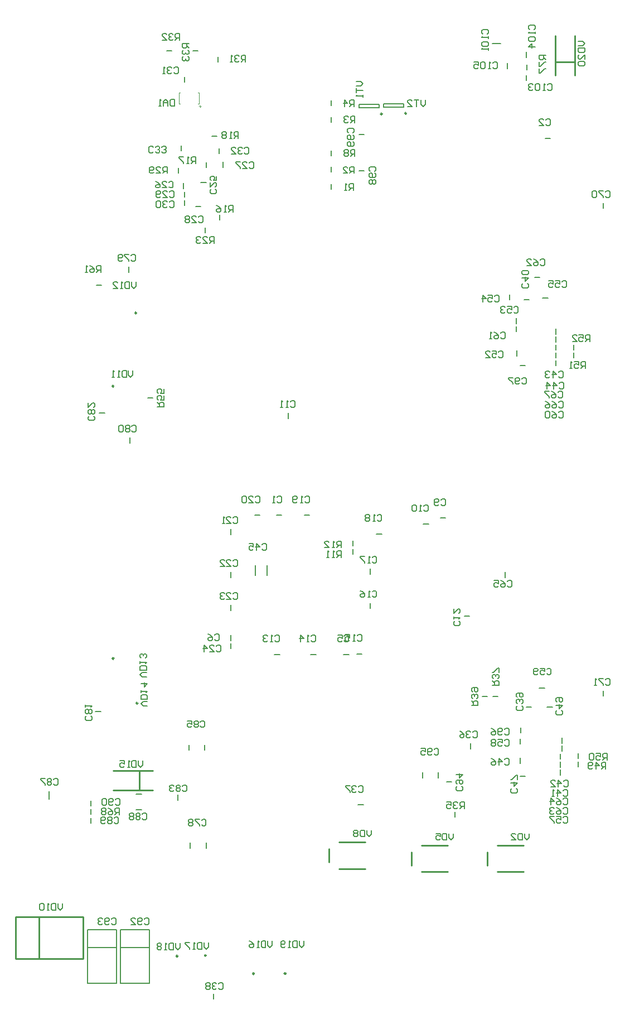
<source format=gbo>
G04 Layer_Color=33789*
%FSLAX44Y44*%
%MOMM*%
G71*
G01*
G75*
%ADD65C,0.2000*%
%ADD69C,0.2540*%
%ADD114C,0.2500*%
%ADD116C,0.1500*%
%ADD117C,0.1200*%
%ADD118C,0.1778*%
D65*
X492000Y728000D02*
X500000D01*
X492000Y704000D02*
X500000D01*
X468000Y495000D02*
X512000D01*
Y441000D02*
Y445000D01*
X468000Y441000D02*
X512000D01*
X468000D02*
Y445000D01*
Y518000D02*
Y522000D01*
X512000D01*
Y518000D02*
Y522000D01*
X468000Y445000D02*
Y518000D01*
X512000Y445000D02*
Y518000D01*
X418000Y495000D02*
X462000D01*
Y441000D02*
Y445000D01*
X418000Y441000D02*
X462000D01*
X418000D02*
Y445000D01*
Y518000D02*
Y522000D01*
X462000D01*
Y518000D02*
Y522000D01*
X418000Y445000D02*
Y518000D01*
X462000Y445000D02*
Y518000D01*
X951000Y753000D02*
Y761000D01*
X927000Y753000D02*
Y761000D01*
X572000Y795000D02*
Y803000D01*
X596000Y795000D02*
Y803000D01*
X598000Y646000D02*
Y654000D01*
X574000Y646000D02*
Y654000D01*
X830500Y1774500D02*
X861000D01*
X830500Y1769500D02*
X861000D01*
Y1774500D01*
X830500Y1769500D02*
Y1774500D01*
X867500Y1775500D02*
X898000D01*
X867500Y1770500D02*
X898000D01*
Y1775500D01*
X867500Y1770500D02*
Y1775500D01*
X558000Y1872000D02*
Y1881997D01*
X553002D01*
X551335Y1880331D01*
Y1876998D01*
X553002Y1875332D01*
X558000D01*
X554668D02*
X551335Y1872000D01*
X548003Y1880331D02*
X546337Y1881997D01*
X543005D01*
X541339Y1880331D01*
Y1878665D01*
X543005Y1876998D01*
X544671D01*
X543005D01*
X541339Y1875332D01*
Y1873666D01*
X543005Y1872000D01*
X546337D01*
X548003Y1873666D01*
X531342Y1872000D02*
X538006D01*
X531342Y1878665D01*
Y1880331D01*
X533008Y1881997D01*
X536340D01*
X538006Y1880331D01*
X705806Y1178509D02*
X707472Y1180175D01*
X710804D01*
X712470Y1178509D01*
Y1171844D01*
X710804Y1170178D01*
X707472D01*
X705806Y1171844D01*
X702473Y1170178D02*
X699141D01*
X700807D01*
Y1180175D01*
X702473Y1178509D01*
X1113820Y1750459D02*
X1115486Y1752125D01*
X1118818D01*
X1120484Y1750459D01*
Y1743794D01*
X1118818Y1742128D01*
X1115486D01*
X1113820Y1743794D01*
X1103823Y1742128D02*
X1110487D01*
X1103823Y1748793D01*
Y1750459D01*
X1105489Y1752125D01*
X1108821D01*
X1110487Y1750459D01*
X807914Y967435D02*
X809580Y969101D01*
X812912D01*
X814578Y967435D01*
Y960770D01*
X812912Y959104D01*
X809580D01*
X807914Y960770D01*
X797917Y969101D02*
X804581D01*
Y964102D01*
X801249Y965769D01*
X799583D01*
X797917Y964102D01*
Y960770D01*
X799583Y959104D01*
X802915D01*
X804581Y960770D01*
X611335Y969331D02*
X613002Y970997D01*
X616334D01*
X618000Y969331D01*
Y962666D01*
X616334Y961000D01*
X613002D01*
X611335Y962666D01*
X601339Y970997D02*
X604671Y969331D01*
X608003Y965998D01*
Y962666D01*
X606337Y961000D01*
X603005D01*
X601339Y962666D01*
Y964332D01*
X603005Y965998D01*
X608003D01*
X954725Y1174445D02*
X956392Y1176111D01*
X959724D01*
X961390Y1174445D01*
Y1167780D01*
X959724Y1166114D01*
X956392D01*
X954725Y1167780D01*
X951393D02*
X949727Y1166114D01*
X946395D01*
X944729Y1167780D01*
Y1174445D01*
X946395Y1176111D01*
X949727D01*
X951393Y1174445D01*
Y1172778D01*
X949727Y1171112D01*
X944729D01*
X928818Y1165301D02*
X930484Y1166967D01*
X933816D01*
X935482Y1165301D01*
Y1158636D01*
X933816Y1156970D01*
X930484D01*
X928818Y1158636D01*
X925485Y1156970D02*
X922153D01*
X923819D01*
Y1166967D01*
X925485Y1165301D01*
X917155D02*
X915488Y1166967D01*
X912156D01*
X910490Y1165301D01*
Y1158636D01*
X912156Y1156970D01*
X915488D01*
X917155Y1158636D01*
Y1165301D01*
X726379Y1323035D02*
X728046Y1324701D01*
X731378D01*
X733044Y1323035D01*
Y1316370D01*
X731378Y1314704D01*
X728046D01*
X726379Y1316370D01*
X723047Y1314704D02*
X719715D01*
X721381D01*
Y1324701D01*
X723047Y1323035D01*
X714717Y1314704D02*
X711384D01*
X713050D01*
Y1324701D01*
X714717Y1323035D01*
X982331Y990665D02*
X983997Y988998D01*
Y985666D01*
X982331Y984000D01*
X975666D01*
X974000Y985666D01*
Y988998D01*
X975666Y990665D01*
X974000Y993997D02*
Y997329D01*
Y995663D01*
X983997D01*
X982331Y993997D01*
X974000Y1008992D02*
Y1002327D01*
X980665Y1008992D01*
X982331D01*
X983997Y1007326D01*
Y1003994D01*
X982331Y1002327D01*
X702757Y967435D02*
X704424Y969101D01*
X707756D01*
X709422Y967435D01*
Y960770D01*
X707756Y959104D01*
X704424D01*
X702757Y960770D01*
X699425Y959104D02*
X696093D01*
X697759D01*
Y969101D01*
X699425Y967435D01*
X691095D02*
X689428Y969101D01*
X686096D01*
X684430Y967435D01*
Y965769D01*
X686096Y964102D01*
X687762D01*
X686096D01*
X684430Y962436D01*
Y960770D01*
X686096Y959104D01*
X689428D01*
X691095Y960770D01*
X757876Y967435D02*
X759542Y969101D01*
X762874D01*
X764540Y967435D01*
Y960770D01*
X762874Y959104D01*
X759542D01*
X757876Y960770D01*
X754543Y959104D02*
X751211D01*
X752877D01*
Y969101D01*
X754543Y967435D01*
X741214Y959104D02*
Y969101D01*
X746213Y964102D01*
X739548D01*
X827726Y968451D02*
X829392Y970117D01*
X832724D01*
X834390Y968451D01*
Y961786D01*
X832724Y960120D01*
X829392D01*
X827726Y961786D01*
X824393Y960120D02*
X821061D01*
X822727D01*
Y970117D01*
X824393Y968451D01*
X809398Y970117D02*
X816063D01*
Y965118D01*
X812730Y966785D01*
X811064D01*
X809398Y965118D01*
Y961786D01*
X811064Y960120D01*
X814396D01*
X816063Y961786D01*
X850331Y1034999D02*
X851998Y1036665D01*
X855330D01*
X856996Y1034999D01*
Y1028334D01*
X855330Y1026668D01*
X851998D01*
X850331Y1028334D01*
X846999Y1026668D02*
X843667D01*
X845333D01*
Y1036665D01*
X846999Y1034999D01*
X832004Y1036665D02*
X835336Y1034999D01*
X838669Y1031666D01*
Y1028334D01*
X837002Y1026668D01*
X833670D01*
X832004Y1028334D01*
Y1030000D01*
X833670Y1031666D01*
X838669D01*
X850331Y1086815D02*
X851998Y1088481D01*
X855330D01*
X856996Y1086815D01*
Y1080150D01*
X855330Y1078484D01*
X851998D01*
X850331Y1080150D01*
X846999Y1078484D02*
X843667D01*
X845333D01*
Y1088481D01*
X846999Y1086815D01*
X838669Y1088481D02*
X832004D01*
Y1086815D01*
X838669Y1080150D01*
Y1078484D01*
X857952Y1150315D02*
X859618Y1151981D01*
X862950D01*
X864616Y1150315D01*
Y1143650D01*
X862950Y1141984D01*
X859618D01*
X857952Y1143650D01*
X854619Y1141984D02*
X851287D01*
X852953D01*
Y1151981D01*
X854619Y1150315D01*
X846289D02*
X844622Y1151981D01*
X841290D01*
X839624Y1150315D01*
Y1148649D01*
X841290Y1146982D01*
X839624Y1145316D01*
Y1143650D01*
X841290Y1141984D01*
X844622D01*
X846289Y1143650D01*
Y1145316D01*
X844622Y1146982D01*
X846289Y1148649D01*
Y1150315D01*
X844622Y1146982D02*
X841290D01*
X747970Y1178509D02*
X749636Y1180175D01*
X752968D01*
X754634Y1178509D01*
Y1171844D01*
X752968Y1170178D01*
X749636D01*
X747970Y1171844D01*
X744637Y1170178D02*
X741305D01*
X742971D01*
Y1180175D01*
X744637Y1178509D01*
X736307Y1171844D02*
X734640Y1170178D01*
X731308D01*
X729642Y1171844D01*
Y1178509D01*
X731308Y1180175D01*
X734640D01*
X736307Y1178509D01*
Y1176842D01*
X734640Y1175176D01*
X729642D01*
X672785Y1178509D02*
X674452Y1180175D01*
X677784D01*
X679450Y1178509D01*
Y1171844D01*
X677784Y1170178D01*
X674452D01*
X672785Y1171844D01*
X662789Y1170178D02*
X669453D01*
X662789Y1176842D01*
Y1178509D01*
X664455Y1180175D01*
X667787D01*
X669453Y1178509D01*
X659456D02*
X657790Y1180175D01*
X654458D01*
X652792Y1178509D01*
Y1171844D01*
X654458Y1170178D01*
X657790D01*
X659456Y1171844D01*
Y1178509D01*
X639258Y1147013D02*
X640924Y1148679D01*
X644256D01*
X645922Y1147013D01*
Y1140348D01*
X644256Y1138682D01*
X640924D01*
X639258Y1140348D01*
X629261Y1138682D02*
X635925D01*
X629261Y1145347D01*
Y1147013D01*
X630927Y1148679D01*
X634259D01*
X635925Y1147013D01*
X625928Y1138682D02*
X622596D01*
X624262D01*
Y1148679D01*
X625928Y1147013D01*
X639258Y1081989D02*
X640924Y1083655D01*
X644256D01*
X645922Y1081989D01*
Y1075324D01*
X644256Y1073658D01*
X640924D01*
X639258Y1075324D01*
X629261Y1073658D02*
X635925D01*
X629261Y1080322D01*
Y1081989D01*
X630927Y1083655D01*
X634259D01*
X635925Y1081989D01*
X619264Y1073658D02*
X625928D01*
X619264Y1080322D01*
Y1081989D01*
X620930Y1083655D01*
X624262D01*
X625928Y1081989D01*
X639258Y1031951D02*
X640924Y1033617D01*
X644256D01*
X645922Y1031951D01*
Y1025286D01*
X644256Y1023620D01*
X640924D01*
X639258Y1025286D01*
X629261Y1023620D02*
X635925D01*
X629261Y1030285D01*
Y1031951D01*
X630927Y1033617D01*
X634259D01*
X635925Y1031951D01*
X625928D02*
X624262Y1033617D01*
X620930D01*
X619264Y1031951D01*
Y1030285D01*
X620930Y1028618D01*
X622596D01*
X620930D01*
X619264Y1026952D01*
Y1025286D01*
X620930Y1023620D01*
X624262D01*
X625928Y1025286D01*
X613335Y952331D02*
X615002Y953997D01*
X618334D01*
X620000Y952331D01*
Y945666D01*
X618334Y944000D01*
X615002D01*
X613335Y945666D01*
X603339Y944000D02*
X610003D01*
X603339Y950665D01*
Y952331D01*
X605005Y953997D01*
X608337D01*
X610003Y952331D01*
X595008Y944000D02*
Y953997D01*
X600006Y948998D01*
X593342D01*
X612331Y1645665D02*
X613997Y1643998D01*
Y1640666D01*
X612331Y1639000D01*
X605666D01*
X604000Y1640666D01*
Y1643998D01*
X605666Y1645665D01*
X604000Y1655661D02*
Y1648997D01*
X610664Y1655661D01*
X612331D01*
X613997Y1653995D01*
Y1650663D01*
X612331Y1648997D01*
X613997Y1665658D02*
Y1658994D01*
X608998D01*
X610664Y1662326D01*
Y1663992D01*
X608998Y1665658D01*
X605666D01*
X604000Y1663992D01*
Y1660660D01*
X605666Y1658994D01*
X541335Y1656331D02*
X543002Y1657997D01*
X546334D01*
X548000Y1656331D01*
Y1649666D01*
X546334Y1648000D01*
X543002D01*
X541335Y1649666D01*
X531339Y1648000D02*
X538003D01*
X531339Y1654664D01*
Y1656331D01*
X533005Y1657997D01*
X536337D01*
X538003Y1656331D01*
X521342Y1657997D02*
X524674Y1656331D01*
X528006Y1652998D01*
Y1649666D01*
X526340Y1648000D01*
X523008D01*
X521342Y1649666D01*
Y1651332D01*
X523008Y1652998D01*
X528006D01*
X663335Y1685331D02*
X665002Y1686997D01*
X668334D01*
X670000Y1685331D01*
Y1678666D01*
X668334Y1677000D01*
X665002D01*
X663335Y1678666D01*
X653339Y1677000D02*
X660003D01*
X653339Y1683665D01*
Y1685331D01*
X655005Y1686997D01*
X658337D01*
X660003Y1685331D01*
X650006Y1686997D02*
X643342D01*
Y1685331D01*
X650006Y1678666D01*
Y1677000D01*
X586335Y1603331D02*
X588002Y1604997D01*
X591334D01*
X593000Y1603331D01*
Y1596666D01*
X591334Y1595000D01*
X588002D01*
X586335Y1596666D01*
X576339Y1595000D02*
X583003D01*
X576339Y1601664D01*
Y1603331D01*
X578005Y1604997D01*
X581337D01*
X583003Y1603331D01*
X573006D02*
X571340Y1604997D01*
X568008D01*
X566342Y1603331D01*
Y1601664D01*
X568008Y1599998D01*
X566342Y1598332D01*
Y1596666D01*
X568008Y1595000D01*
X571340D01*
X573006Y1596666D01*
Y1598332D01*
X571340Y1599998D01*
X573006Y1601664D01*
Y1603331D01*
X571340Y1599998D02*
X568008D01*
X542336Y1641331D02*
X544002Y1642997D01*
X547334D01*
X549000Y1641331D01*
Y1634666D01*
X547334Y1633000D01*
X544002D01*
X542336Y1634666D01*
X532339Y1633000D02*
X539003D01*
X532339Y1639664D01*
Y1641331D01*
X534005Y1642997D01*
X537337D01*
X539003Y1641331D01*
X529006Y1634666D02*
X527340Y1633000D01*
X524008D01*
X522342Y1634666D01*
Y1641331D01*
X524008Y1642997D01*
X527340D01*
X529006Y1641331D01*
Y1639664D01*
X527340Y1637998D01*
X522342D01*
X542336Y1626331D02*
X544002Y1627997D01*
X547334D01*
X549000Y1626331D01*
Y1619666D01*
X547334Y1618000D01*
X544002D01*
X542336Y1619666D01*
X539003Y1626331D02*
X537337Y1627997D01*
X534005D01*
X532339Y1626331D01*
Y1624664D01*
X534005Y1622998D01*
X535671D01*
X534005D01*
X532339Y1621332D01*
Y1619666D01*
X534005Y1618000D01*
X537337D01*
X539003Y1619666D01*
X529006Y1626331D02*
X527340Y1627997D01*
X524008D01*
X522342Y1626331D01*
Y1619666D01*
X524008Y1618000D01*
X527340D01*
X529006Y1619666D01*
Y1626331D01*
X549336Y1829331D02*
X551002Y1830997D01*
X554334D01*
X556000Y1829331D01*
Y1822666D01*
X554334Y1821000D01*
X551002D01*
X549336Y1822666D01*
X546003Y1829331D02*
X544337Y1830997D01*
X541005D01*
X539339Y1829331D01*
Y1827664D01*
X541005Y1825998D01*
X542671D01*
X541005D01*
X539339Y1824332D01*
Y1822666D01*
X541005Y1821000D01*
X544337D01*
X546003Y1822666D01*
X536006Y1821000D02*
X532674D01*
X534340D01*
Y1830997D01*
X536006Y1829331D01*
X656336Y1707331D02*
X658002Y1708997D01*
X661334D01*
X663000Y1707331D01*
Y1700666D01*
X661334Y1699000D01*
X658002D01*
X656336Y1700666D01*
X653003Y1707331D02*
X651337Y1708997D01*
X648005D01*
X646339Y1707331D01*
Y1705665D01*
X648005Y1703998D01*
X649671D01*
X648005D01*
X646339Y1702332D01*
Y1700666D01*
X648005Y1699000D01*
X651337D01*
X653003Y1700666D01*
X636342Y1699000D02*
X643007D01*
X636342Y1705665D01*
Y1707331D01*
X638008Y1708997D01*
X641340D01*
X643007Y1707331D01*
X517664Y1702669D02*
X515998Y1701003D01*
X512666D01*
X511000Y1702669D01*
Y1709334D01*
X512666Y1711000D01*
X515998D01*
X517664Y1709334D01*
X520997Y1702669D02*
X522663Y1701003D01*
X525995D01*
X527661Y1702669D01*
Y1704335D01*
X525995Y1706002D01*
X524329D01*
X525995D01*
X527661Y1707668D01*
Y1709334D01*
X525995Y1711000D01*
X522663D01*
X520997Y1709334D01*
X530994Y1702669D02*
X532660Y1701003D01*
X535992D01*
X537658Y1702669D01*
Y1704335D01*
X535992Y1706002D01*
X534326D01*
X535992D01*
X537658Y1707668D01*
Y1709334D01*
X535992Y1711000D01*
X532660D01*
X530994Y1709334D01*
X1003240Y821893D02*
X1004906Y823559D01*
X1008238D01*
X1009904Y821893D01*
Y815228D01*
X1008238Y813562D01*
X1004906D01*
X1003240Y815228D01*
X999907Y821893D02*
X998241Y823559D01*
X994909D01*
X993243Y821893D01*
Y820227D01*
X994909Y818560D01*
X996575D01*
X994909D01*
X993243Y816894D01*
Y815228D01*
X994909Y813562D01*
X998241D01*
X999907Y815228D01*
X983246Y823559D02*
X986578Y821893D01*
X989910Y818560D01*
Y815228D01*
X988244Y813562D01*
X984912D01*
X983246Y815228D01*
Y816894D01*
X984912Y818560D01*
X989910D01*
X829758Y739343D02*
X831424Y741009D01*
X834756D01*
X836422Y739343D01*
Y732678D01*
X834756Y731012D01*
X831424D01*
X829758Y732678D01*
X826425Y739343D02*
X824759Y741009D01*
X821427D01*
X819761Y739343D01*
Y737676D01*
X821427Y736010D01*
X823093D01*
X821427D01*
X819761Y734344D01*
Y732678D01*
X821427Y731012D01*
X824759D01*
X826425Y732678D01*
X816428Y741009D02*
X809764D01*
Y739343D01*
X816428Y732678D01*
Y731012D01*
X617336Y440331D02*
X619002Y441997D01*
X622334D01*
X624000Y440331D01*
Y433666D01*
X622334Y432000D01*
X619002D01*
X617336Y433666D01*
X614003Y440331D02*
X612337Y441997D01*
X609005D01*
X607339Y440331D01*
Y438665D01*
X609005Y436998D01*
X610671D01*
X609005D01*
X607339Y435332D01*
Y433666D01*
X609005Y432000D01*
X612337D01*
X614003Y433666D01*
X604007Y440331D02*
X602340Y441997D01*
X599008D01*
X597342Y440331D01*
Y438665D01*
X599008Y436998D01*
X597342Y435332D01*
Y433666D01*
X599008Y432000D01*
X602340D01*
X604007Y433666D01*
Y435332D01*
X602340Y436998D01*
X604007Y438665D01*
Y440331D01*
X602340Y436998D02*
X599008D01*
X1077331Y861665D02*
X1078997Y859998D01*
Y856666D01*
X1077331Y855000D01*
X1070666D01*
X1069000Y856666D01*
Y859998D01*
X1070666Y861665D01*
X1077331Y864997D02*
X1078997Y866663D01*
Y869995D01*
X1077331Y871661D01*
X1075665D01*
X1073998Y869995D01*
Y868329D01*
Y869995D01*
X1072332Y871661D01*
X1070666D01*
X1069000Y869995D01*
Y866663D01*
X1070666Y864997D01*
Y874994D02*
X1069000Y876660D01*
Y879992D01*
X1070666Y881658D01*
X1077331D01*
X1078997Y879992D01*
Y876660D01*
X1077331Y874994D01*
X1075665D01*
X1073998Y876660D01*
Y881658D01*
X1086331Y1502664D02*
X1087997Y1500998D01*
Y1497666D01*
X1086331Y1496000D01*
X1079666D01*
X1078000Y1497666D01*
Y1500998D01*
X1079666Y1502664D01*
X1078000Y1510995D02*
X1087997D01*
X1082998Y1505997D01*
Y1512661D01*
X1086331Y1515994D02*
X1087997Y1517660D01*
Y1520992D01*
X1086331Y1522658D01*
X1079666D01*
X1078000Y1520992D01*
Y1517660D01*
X1079666Y1515994D01*
X1086331D01*
X1140335Y733331D02*
X1142002Y734997D01*
X1145334D01*
X1147000Y733331D01*
Y726666D01*
X1145334Y725000D01*
X1142002D01*
X1140335Y726666D01*
X1132005Y725000D02*
Y734997D01*
X1137003Y729998D01*
X1130339D01*
X1127007Y725000D02*
X1123674D01*
X1125340D01*
Y734997D01*
X1127007Y733331D01*
X1141336Y747331D02*
X1143002Y748997D01*
X1146334D01*
X1148000Y747331D01*
Y740666D01*
X1146334Y739000D01*
X1143002D01*
X1141336Y740666D01*
X1133005Y739000D02*
Y748997D01*
X1138003Y743998D01*
X1131339D01*
X1121342Y739000D02*
X1128007D01*
X1121342Y745665D01*
Y747331D01*
X1123008Y748997D01*
X1126340D01*
X1128007Y747331D01*
X1133335Y1368331D02*
X1135002Y1369997D01*
X1138334D01*
X1140000Y1368331D01*
Y1361666D01*
X1138334Y1360000D01*
X1135002D01*
X1133335Y1361666D01*
X1125005Y1360000D02*
Y1369997D01*
X1130003Y1364998D01*
X1123339D01*
X1120006Y1368331D02*
X1118340Y1369997D01*
X1115008D01*
X1113342Y1368331D01*
Y1366664D01*
X1115008Y1364998D01*
X1116674D01*
X1115008D01*
X1113342Y1363332D01*
Y1361666D01*
X1115008Y1360000D01*
X1118340D01*
X1120006Y1361666D01*
X1134335Y1351331D02*
X1136002Y1352997D01*
X1139334D01*
X1141000Y1351331D01*
Y1344666D01*
X1139334Y1343000D01*
X1136002D01*
X1134335Y1344666D01*
X1126005Y1343000D02*
Y1352997D01*
X1131003Y1347998D01*
X1124339D01*
X1116008Y1343000D02*
Y1352997D01*
X1121006Y1347998D01*
X1114342D01*
X683199Y1106627D02*
X684866Y1108293D01*
X688198D01*
X689864Y1106627D01*
Y1099962D01*
X688198Y1098296D01*
X684866D01*
X683199Y1099962D01*
X674869Y1098296D02*
Y1108293D01*
X679867Y1103294D01*
X673203D01*
X663206Y1108293D02*
X669870D01*
Y1103294D01*
X666538Y1104960D01*
X664872D01*
X663206Y1103294D01*
Y1099962D01*
X664872Y1098296D01*
X668204D01*
X669870Y1099962D01*
X1051336Y780331D02*
X1053002Y781997D01*
X1056334D01*
X1058000Y780331D01*
Y773666D01*
X1056334Y772000D01*
X1053002D01*
X1051336Y773666D01*
X1043005Y772000D02*
Y781997D01*
X1048003Y776998D01*
X1041339D01*
X1031342Y781997D02*
X1034674Y780331D01*
X1038007Y776998D01*
Y773666D01*
X1036340Y772000D01*
X1033008D01*
X1031342Y773666D01*
Y775332D01*
X1033008Y776998D01*
X1038007D01*
X1069331Y736665D02*
X1070997Y734998D01*
Y731666D01*
X1069331Y730000D01*
X1062666D01*
X1061000Y731666D01*
Y734998D01*
X1062666Y736665D01*
X1061000Y744995D02*
X1070997D01*
X1065998Y739997D01*
Y746661D01*
X1070997Y749994D02*
Y756658D01*
X1069331D01*
X1062666Y749994D01*
X1061000D01*
X1137331Y854665D02*
X1138997Y852998D01*
Y849666D01*
X1137331Y848000D01*
X1130666D01*
X1129000Y849666D01*
Y852998D01*
X1130666Y854665D01*
X1129000Y862995D02*
X1138997D01*
X1133998Y857997D01*
Y864661D01*
X1130666Y867994D02*
X1129000Y869660D01*
Y872992D01*
X1130666Y874658D01*
X1137331D01*
X1138997Y872992D01*
Y869660D01*
X1137331Y867994D01*
X1135665D01*
X1133998Y869660D01*
Y874658D01*
X1042336Y1398331D02*
X1044002Y1399997D01*
X1047334D01*
X1049000Y1398331D01*
Y1391666D01*
X1047334Y1390000D01*
X1044002D01*
X1042336Y1391666D01*
X1032339Y1399997D02*
X1039003D01*
Y1394998D01*
X1035671Y1396664D01*
X1034005D01*
X1032339Y1394998D01*
Y1391666D01*
X1034005Y1390000D01*
X1037337D01*
X1039003Y1391666D01*
X1022342Y1390000D02*
X1029007D01*
X1022342Y1396664D01*
Y1398331D01*
X1024008Y1399997D01*
X1027340D01*
X1029007Y1398331D01*
X1065335Y1466331D02*
X1067002Y1467997D01*
X1070334D01*
X1072000Y1466331D01*
Y1459666D01*
X1070334Y1458000D01*
X1067002D01*
X1065335Y1459666D01*
X1055339Y1467997D02*
X1062003D01*
Y1462998D01*
X1058671Y1464664D01*
X1057005D01*
X1055339Y1462998D01*
Y1459666D01*
X1057005Y1458000D01*
X1060337D01*
X1062003Y1459666D01*
X1052007Y1466331D02*
X1050340Y1467997D01*
X1047008D01*
X1045342Y1466331D01*
Y1464664D01*
X1047008Y1462998D01*
X1048674D01*
X1047008D01*
X1045342Y1461332D01*
Y1459666D01*
X1047008Y1458000D01*
X1050340D01*
X1052007Y1459666D01*
X1036336Y1483331D02*
X1038002Y1484997D01*
X1041334D01*
X1043000Y1483331D01*
Y1476666D01*
X1041334Y1475000D01*
X1038002D01*
X1036336Y1476666D01*
X1026339Y1484997D02*
X1033003D01*
Y1479998D01*
X1029671Y1481664D01*
X1028005D01*
X1026339Y1479998D01*
Y1476666D01*
X1028005Y1475000D01*
X1031337D01*
X1033003Y1476666D01*
X1018008Y1475000D02*
Y1484997D01*
X1023007Y1479998D01*
X1016342D01*
X1138335Y1505331D02*
X1140002Y1506997D01*
X1143334D01*
X1145000Y1505331D01*
Y1498666D01*
X1143334Y1497000D01*
X1140002D01*
X1138335Y1498666D01*
X1128339Y1506997D02*
X1135003D01*
Y1501998D01*
X1131671Y1503665D01*
X1130005D01*
X1128339Y1501998D01*
Y1498666D01*
X1130005Y1497000D01*
X1133337D01*
X1135003Y1498666D01*
X1118342Y1506997D02*
X1125006D01*
Y1501998D01*
X1121674Y1503665D01*
X1120008D01*
X1118342Y1501998D01*
Y1498666D01*
X1120008Y1497000D01*
X1123340D01*
X1125006Y1498666D01*
X1140335Y692331D02*
X1142002Y693997D01*
X1145334D01*
X1147000Y692331D01*
Y685666D01*
X1145334Y684000D01*
X1142002D01*
X1140335Y685666D01*
X1130339Y693997D02*
X1137003D01*
Y688998D01*
X1133671Y690665D01*
X1132005D01*
X1130339Y688998D01*
Y685666D01*
X1132005Y684000D01*
X1135337D01*
X1137003Y685666D01*
X1127007Y693997D02*
X1120342D01*
Y692331D01*
X1127007Y685666D01*
Y684000D01*
X1051336Y809331D02*
X1053002Y810997D01*
X1056334D01*
X1058000Y809331D01*
Y802666D01*
X1056334Y801000D01*
X1053002D01*
X1051336Y802666D01*
X1041339Y810997D02*
X1048003D01*
Y805998D01*
X1044671Y807664D01*
X1043005D01*
X1041339Y805998D01*
Y802666D01*
X1043005Y801000D01*
X1046337D01*
X1048003Y802666D01*
X1038007Y809331D02*
X1036340Y810997D01*
X1033008D01*
X1031342Y809331D01*
Y807664D01*
X1033008Y805998D01*
X1031342Y804332D01*
Y802666D01*
X1033008Y801000D01*
X1036340D01*
X1038007Y802666D01*
Y804332D01*
X1036340Y805998D01*
X1038007Y807664D01*
Y809331D01*
X1036340Y805998D02*
X1033008D01*
X1115335Y917331D02*
X1117002Y918997D01*
X1120334D01*
X1122000Y917331D01*
Y910666D01*
X1120334Y909000D01*
X1117002D01*
X1115335Y910666D01*
X1105339Y918997D02*
X1112003D01*
Y913998D01*
X1108671Y915665D01*
X1107005D01*
X1105339Y913998D01*
Y910666D01*
X1107005Y909000D01*
X1110337D01*
X1112003Y910666D01*
X1102007D02*
X1100340Y909000D01*
X1097008D01*
X1095342Y910666D01*
Y917331D01*
X1097008Y918997D01*
X1100340D01*
X1102007Y917331D01*
Y915665D01*
X1100340Y913998D01*
X1095342D01*
X1133335Y1307331D02*
X1135002Y1308997D01*
X1138334D01*
X1140000Y1307331D01*
Y1300666D01*
X1138334Y1299000D01*
X1135002D01*
X1133335Y1300666D01*
X1123339Y1308997D02*
X1126671Y1307331D01*
X1130003Y1303998D01*
Y1300666D01*
X1128337Y1299000D01*
X1125005D01*
X1123339Y1300666D01*
Y1302332D01*
X1125005Y1303998D01*
X1130003D01*
X1120006Y1307331D02*
X1118340Y1308997D01*
X1115008D01*
X1113342Y1307331D01*
Y1300666D01*
X1115008Y1299000D01*
X1118340D01*
X1120006Y1300666D01*
Y1307331D01*
X1045335Y1427331D02*
X1047002Y1428997D01*
X1050334D01*
X1052000Y1427331D01*
Y1420666D01*
X1050334Y1419000D01*
X1047002D01*
X1045335Y1420666D01*
X1035339Y1428997D02*
X1038671Y1427331D01*
X1042003Y1423998D01*
Y1420666D01*
X1040337Y1419000D01*
X1037005D01*
X1035339Y1420666D01*
Y1422332D01*
X1037005Y1423998D01*
X1042003D01*
X1032006Y1419000D02*
X1028674D01*
X1030340D01*
Y1428997D01*
X1032006Y1427331D01*
X1105335Y1538331D02*
X1107002Y1539997D01*
X1110334D01*
X1112000Y1538331D01*
Y1531666D01*
X1110334Y1530000D01*
X1107002D01*
X1105335Y1531666D01*
X1095339Y1539997D02*
X1098671Y1538331D01*
X1102003Y1534998D01*
Y1531666D01*
X1100337Y1530000D01*
X1097005D01*
X1095339Y1531666D01*
Y1533332D01*
X1097005Y1534998D01*
X1102003D01*
X1085342Y1530000D02*
X1092007D01*
X1085342Y1536664D01*
Y1538331D01*
X1087008Y1539997D01*
X1090340D01*
X1092007Y1538331D01*
X1140335Y706331D02*
X1142002Y707997D01*
X1145334D01*
X1147000Y706331D01*
Y699666D01*
X1145334Y698000D01*
X1142002D01*
X1140335Y699666D01*
X1130339Y707997D02*
X1133671Y706331D01*
X1137003Y702998D01*
Y699666D01*
X1135337Y698000D01*
X1132005D01*
X1130339Y699666D01*
Y701332D01*
X1132005Y702998D01*
X1137003D01*
X1127007Y706331D02*
X1125340Y707997D01*
X1122008D01*
X1120342Y706331D01*
Y704665D01*
X1122008Y702998D01*
X1123674D01*
X1122008D01*
X1120342Y701332D01*
Y699666D01*
X1122008Y698000D01*
X1125340D01*
X1127007Y699666D01*
X1140335Y720331D02*
X1142002Y721997D01*
X1145334D01*
X1147000Y720331D01*
Y713666D01*
X1145334Y712000D01*
X1142002D01*
X1140335Y713666D01*
X1130339Y721997D02*
X1133671Y720331D01*
X1137003Y716998D01*
Y713666D01*
X1135337Y712000D01*
X1132005D01*
X1130339Y713666D01*
Y715332D01*
X1132005Y716998D01*
X1137003D01*
X1122008Y712000D02*
Y721997D01*
X1127007Y716998D01*
X1120342D01*
X1055335Y1050331D02*
X1057002Y1051997D01*
X1060334D01*
X1062000Y1050331D01*
Y1043666D01*
X1060334Y1042000D01*
X1057002D01*
X1055335Y1043666D01*
X1045339Y1051997D02*
X1048671Y1050331D01*
X1052003Y1046998D01*
Y1043666D01*
X1050337Y1042000D01*
X1047005D01*
X1045339Y1043666D01*
Y1045332D01*
X1047005Y1046998D01*
X1052003D01*
X1035342Y1051997D02*
X1042007D01*
Y1046998D01*
X1038674Y1048664D01*
X1037008D01*
X1035342Y1046998D01*
Y1043666D01*
X1037008Y1042000D01*
X1040340D01*
X1042007Y1043666D01*
X1133335Y1322331D02*
X1135002Y1323997D01*
X1138334D01*
X1140000Y1322331D01*
Y1315666D01*
X1138334Y1314000D01*
X1135002D01*
X1133335Y1315666D01*
X1123339Y1323997D02*
X1126671Y1322331D01*
X1130003Y1318998D01*
Y1315666D01*
X1128337Y1314000D01*
X1125005D01*
X1123339Y1315666D01*
Y1317332D01*
X1125005Y1318998D01*
X1130003D01*
X1113342Y1323997D02*
X1116674Y1322331D01*
X1120006Y1318998D01*
Y1315666D01*
X1118340Y1314000D01*
X1115008D01*
X1113342Y1315666D01*
Y1317332D01*
X1115008Y1318998D01*
X1120006D01*
X1132336Y1337331D02*
X1134002Y1338997D01*
X1137334D01*
X1139000Y1337331D01*
Y1330666D01*
X1137334Y1329000D01*
X1134002D01*
X1132336Y1330666D01*
X1122339Y1338997D02*
X1125671Y1337331D01*
X1129003Y1333998D01*
Y1330666D01*
X1127337Y1329000D01*
X1124005D01*
X1122339Y1330666D01*
Y1332332D01*
X1124005Y1333998D01*
X1129003D01*
X1119006Y1338997D02*
X1112342D01*
Y1337331D01*
X1119006Y1330666D01*
Y1329000D01*
X1204408Y1641805D02*
X1206074Y1643471D01*
X1209406D01*
X1211072Y1641805D01*
Y1635140D01*
X1209406Y1633474D01*
X1206074D01*
X1204408Y1635140D01*
X1201075Y1643471D02*
X1194411D01*
Y1641805D01*
X1201075Y1635140D01*
Y1633474D01*
X1191078Y1641805D02*
X1189412Y1643471D01*
X1186080D01*
X1184414Y1641805D01*
Y1635140D01*
X1186080Y1633474D01*
X1189412D01*
X1191078Y1635140D01*
Y1641805D01*
X1204408Y901903D02*
X1206074Y903569D01*
X1209406D01*
X1211072Y901903D01*
Y895238D01*
X1209406Y893572D01*
X1206074D01*
X1204408Y895238D01*
X1201075Y903569D02*
X1194411D01*
Y901903D01*
X1201075Y895238D01*
Y893572D01*
X1191078D02*
X1187746D01*
X1189412D01*
Y903569D01*
X1191078Y901903D01*
X591251Y688543D02*
X592918Y690209D01*
X596250D01*
X597916Y688543D01*
Y681878D01*
X596250Y680212D01*
X592918D01*
X591251Y681878D01*
X587919Y690209D02*
X581255D01*
Y688543D01*
X587919Y681878D01*
Y680212D01*
X577922Y688543D02*
X576256Y690209D01*
X572924D01*
X571258Y688543D01*
Y686877D01*
X572924Y685210D01*
X571258Y683544D01*
Y681878D01*
X572924Y680212D01*
X576256D01*
X577922Y681878D01*
Y683544D01*
X576256Y685210D01*
X577922Y686877D01*
Y688543D01*
X576256Y685210D02*
X572924D01*
X484318Y1545031D02*
X485984Y1546697D01*
X489316D01*
X490982Y1545031D01*
Y1538366D01*
X489316Y1536700D01*
X485984D01*
X484318Y1538366D01*
X480985Y1546697D02*
X474321D01*
Y1545031D01*
X480985Y1538366D01*
Y1536700D01*
X470988Y1538366D02*
X469322Y1536700D01*
X465990D01*
X464324Y1538366D01*
Y1545031D01*
X465990Y1546697D01*
X469322D01*
X470988Y1545031D01*
Y1543365D01*
X469322Y1541698D01*
X464324D01*
X485334Y1285951D02*
X487000Y1287617D01*
X490332D01*
X491998Y1285951D01*
Y1279286D01*
X490332Y1277620D01*
X487000D01*
X485334Y1279286D01*
X482001Y1285951D02*
X480335Y1287617D01*
X477003D01*
X475337Y1285951D01*
Y1284285D01*
X477003Y1282618D01*
X475337Y1280952D01*
Y1279286D01*
X477003Y1277620D01*
X480335D01*
X482001Y1279286D01*
Y1280952D01*
X480335Y1282618D01*
X482001Y1284285D01*
Y1285951D01*
X480335Y1282618D02*
X477003D01*
X472004Y1285951D02*
X470338Y1287617D01*
X467006D01*
X465340Y1285951D01*
Y1279286D01*
X467006Y1277620D01*
X470338D01*
X472004Y1279286D01*
Y1285951D01*
X423331Y846665D02*
X424997Y844998D01*
Y841666D01*
X423331Y840000D01*
X416666D01*
X415000Y841666D01*
Y844998D01*
X416666Y846665D01*
X423331Y849997D02*
X424997Y851663D01*
Y854995D01*
X423331Y856661D01*
X421665D01*
X419998Y854995D01*
X418332Y856661D01*
X416666D01*
X415000Y854995D01*
Y851663D01*
X416666Y849997D01*
X418332D01*
X419998Y851663D01*
X421665Y849997D01*
X423331D01*
X419998Y851663D02*
Y854995D01*
X415000Y859994D02*
Y863326D01*
Y861660D01*
X424997D01*
X423331Y859994D01*
X427331Y1301664D02*
X428997Y1299998D01*
Y1296666D01*
X427331Y1295000D01*
X420666D01*
X419000Y1296666D01*
Y1299998D01*
X420666Y1301664D01*
X427331Y1304997D02*
X428997Y1306663D01*
Y1309995D01*
X427331Y1311661D01*
X425664D01*
X423998Y1309995D01*
X422332Y1311661D01*
X420666D01*
X419000Y1309995D01*
Y1306663D01*
X420666Y1304997D01*
X422332D01*
X423998Y1306663D01*
X425664Y1304997D01*
X427331D01*
X423998Y1306663D02*
Y1309995D01*
X419000Y1321658D02*
Y1314994D01*
X425664Y1321658D01*
X427331D01*
X428997Y1319992D01*
Y1316660D01*
X427331Y1314994D01*
X562336Y740331D02*
X564002Y741997D01*
X567334D01*
X569000Y740331D01*
Y733666D01*
X567334Y732000D01*
X564002D01*
X562336Y733666D01*
X559003Y740331D02*
X557337Y741997D01*
X554005D01*
X552339Y740331D01*
Y738664D01*
X554005Y736998D01*
X552339Y735332D01*
Y733666D01*
X554005Y732000D01*
X557337D01*
X559003Y733666D01*
Y735332D01*
X557337Y736998D01*
X559003Y738664D01*
Y740331D01*
X557337Y736998D02*
X554005D01*
X549006Y740331D02*
X547340Y741997D01*
X544008D01*
X542342Y740331D01*
Y738664D01*
X544008Y736998D01*
X545674D01*
X544008D01*
X542342Y735332D01*
Y733666D01*
X544008Y732000D01*
X547340D01*
X549006Y733666D01*
X589473Y837641D02*
X591140Y839307D01*
X594472D01*
X596138Y837641D01*
Y830976D01*
X594472Y829310D01*
X591140D01*
X589473Y830976D01*
X586141Y837641D02*
X584475Y839307D01*
X581143D01*
X579477Y837641D01*
Y835975D01*
X581143Y834308D01*
X579477Y832642D01*
Y830976D01*
X581143Y829310D01*
X584475D01*
X586141Y830976D01*
Y832642D01*
X584475Y834308D01*
X586141Y835975D01*
Y837641D01*
X584475Y834308D02*
X581143D01*
X569480Y839307D02*
X576144D01*
Y834308D01*
X572812Y835975D01*
X571146D01*
X569480Y834308D01*
Y830976D01*
X571146Y829310D01*
X574478D01*
X576144Y830976D01*
X366716Y749757D02*
X368382Y751423D01*
X371714D01*
X373380Y749757D01*
Y743092D01*
X371714Y741426D01*
X368382D01*
X366716Y743092D01*
X363383Y749757D02*
X361717Y751423D01*
X358385D01*
X356719Y749757D01*
Y748091D01*
X358385Y746424D01*
X356719Y744758D01*
Y743092D01*
X358385Y741426D01*
X361717D01*
X363383Y743092D01*
Y744758D01*
X361717Y746424D01*
X363383Y748091D01*
Y749757D01*
X361717Y746424D02*
X358385D01*
X353386Y751423D02*
X346722D01*
Y749757D01*
X353386Y743092D01*
Y741426D01*
X501335Y697331D02*
X503002Y698997D01*
X506334D01*
X508000Y697331D01*
Y690666D01*
X506334Y689000D01*
X503002D01*
X501335Y690666D01*
X498003Y697331D02*
X496337Y698997D01*
X493005D01*
X491339Y697331D01*
Y695665D01*
X493005Y693998D01*
X491339Y692332D01*
Y690666D01*
X493005Y689000D01*
X496337D01*
X498003Y690666D01*
Y692332D01*
X496337Y693998D01*
X498003Y695665D01*
Y697331D01*
X496337Y693998D02*
X493005D01*
X488006Y697331D02*
X486340Y698997D01*
X483008D01*
X481342Y697331D01*
Y695665D01*
X483008Y693998D01*
X481342Y692332D01*
Y690666D01*
X483008Y689000D01*
X486340D01*
X488006Y690666D01*
Y692332D01*
X486340Y693998D01*
X488006Y695665D01*
Y697331D01*
X486340Y693998D02*
X483008D01*
X458335Y691331D02*
X460002Y692997D01*
X463334D01*
X465000Y691331D01*
Y684666D01*
X463334Y683000D01*
X460002D01*
X458335Y684666D01*
X455003Y691331D02*
X453337Y692997D01*
X450005D01*
X448339Y691331D01*
Y689665D01*
X450005Y687998D01*
X448339Y686332D01*
Y684666D01*
X450005Y683000D01*
X453337D01*
X455003Y684666D01*
Y686332D01*
X453337Y687998D01*
X455003Y689665D01*
Y691331D01*
X453337Y687998D02*
X450005D01*
X445006Y684666D02*
X443340Y683000D01*
X440008D01*
X438342Y684666D01*
Y691331D01*
X440008Y692997D01*
X443340D01*
X445006Y691331D01*
Y689665D01*
X443340Y687998D01*
X438342D01*
X460336Y719331D02*
X462002Y720997D01*
X465334D01*
X467000Y719331D01*
Y712666D01*
X465334Y711000D01*
X462002D01*
X460336Y712666D01*
X457003D02*
X455337Y711000D01*
X452005D01*
X450339Y712666D01*
Y719331D01*
X452005Y720997D01*
X455337D01*
X457003Y719331D01*
Y717664D01*
X455337Y715998D01*
X450339D01*
X447006Y719331D02*
X445340Y720997D01*
X442008D01*
X440342Y719331D01*
Y712666D01*
X442008Y711000D01*
X445340D01*
X447006Y712666D01*
Y719331D01*
X550000Y1781997D02*
Y1772000D01*
X545002D01*
X543335Y1773666D01*
Y1780331D01*
X545002Y1781997D01*
X550000D01*
X540003Y1772000D02*
Y1778665D01*
X536671Y1781997D01*
X533339Y1778665D01*
Y1772000D01*
Y1776998D01*
X540003D01*
X530006Y1772000D02*
X526674D01*
X528340D01*
Y1781997D01*
X530006Y1780331D01*
X822000Y1644000D02*
Y1653997D01*
X817002D01*
X815335Y1652331D01*
Y1648998D01*
X817002Y1647332D01*
X822000D01*
X818668D02*
X815335Y1644000D01*
X812003D02*
X808671D01*
X810337D01*
Y1653997D01*
X812003Y1652331D01*
X823000Y1670000D02*
Y1679997D01*
X818002D01*
X816336Y1678331D01*
Y1674998D01*
X818002Y1673332D01*
X823000D01*
X819668D02*
X816336Y1670000D01*
X806339D02*
X813003D01*
X806339Y1676664D01*
Y1678331D01*
X808005Y1679997D01*
X811337D01*
X813003Y1678331D01*
X824000Y1747000D02*
Y1756997D01*
X819002D01*
X817336Y1755331D01*
Y1751998D01*
X819002Y1750332D01*
X824000D01*
X820668D02*
X817336Y1747000D01*
X814003Y1755331D02*
X812337Y1756997D01*
X809005D01*
X807339Y1755331D01*
Y1753665D01*
X809005Y1751998D01*
X810671D01*
X809005D01*
X807339Y1750332D01*
Y1748666D01*
X809005Y1747000D01*
X812337D01*
X814003Y1748666D01*
X823000Y1771000D02*
Y1780997D01*
X818002D01*
X816336Y1779331D01*
Y1775998D01*
X818002Y1774332D01*
X823000D01*
X819668D02*
X816336Y1771000D01*
X808005D02*
Y1780997D01*
X813003Y1775998D01*
X806339D01*
X824000Y1696000D02*
Y1705997D01*
X819002D01*
X817336Y1704331D01*
Y1700998D01*
X819002Y1699332D01*
X824000D01*
X820668D02*
X817336Y1696000D01*
X814003Y1704331D02*
X812337Y1705997D01*
X809005D01*
X807339Y1704331D01*
Y1702664D01*
X809005Y1700998D01*
X807339Y1699332D01*
Y1697666D01*
X809005Y1696000D01*
X812337D01*
X814003Y1697666D01*
Y1699332D01*
X812337Y1700998D01*
X814003Y1702664D01*
Y1704331D01*
X812337Y1700998D02*
X809005D01*
X803000Y1087000D02*
Y1096997D01*
X798002D01*
X796336Y1095331D01*
Y1091998D01*
X798002Y1090332D01*
X803000D01*
X799668D02*
X796336Y1087000D01*
X793003D02*
X789671D01*
X791337D01*
Y1096997D01*
X793003Y1095331D01*
X784673Y1087000D02*
X781340D01*
X783007D01*
Y1096997D01*
X784673Y1095331D01*
X803000Y1102000D02*
Y1111997D01*
X798002D01*
X796336Y1110331D01*
Y1106998D01*
X798002Y1105332D01*
X803000D01*
X799668D02*
X796336Y1102000D01*
X793003D02*
X789671D01*
X791337D01*
Y1111997D01*
X793003Y1110331D01*
X778008Y1102000D02*
X784673D01*
X778008Y1108664D01*
Y1110331D01*
X779674Y1111997D01*
X783007D01*
X784673Y1110331D01*
X639000Y1611000D02*
Y1620997D01*
X634002D01*
X632336Y1619331D01*
Y1615998D01*
X634002Y1614332D01*
X639000D01*
X635668D02*
X632336Y1611000D01*
X629003D02*
X625671D01*
X627337D01*
Y1620997D01*
X629003Y1619331D01*
X614008Y1620997D02*
X617340Y1619331D01*
X620673Y1615998D01*
Y1612666D01*
X619007Y1611000D01*
X615674D01*
X614008Y1612666D01*
Y1614332D01*
X615674Y1615998D01*
X620673D01*
X582000Y1685000D02*
Y1694997D01*
X577002D01*
X575336Y1693331D01*
Y1689998D01*
X577002Y1688332D01*
X582000D01*
X578668D02*
X575336Y1685000D01*
X572003D02*
X568671D01*
X570337D01*
Y1694997D01*
X572003Y1693331D01*
X563673Y1694997D02*
X557008D01*
Y1693331D01*
X563673Y1686666D01*
Y1685000D01*
X647000Y1723000D02*
Y1732997D01*
X642002D01*
X640335Y1731331D01*
Y1727998D01*
X642002Y1726332D01*
X647000D01*
X643668D02*
X640335Y1723000D01*
X637003D02*
X633671D01*
X635337D01*
Y1732997D01*
X637003Y1731331D01*
X628673D02*
X627006Y1732997D01*
X623674D01*
X622008Y1731331D01*
Y1729664D01*
X623674Y1727998D01*
X622008Y1726332D01*
Y1724666D01*
X623674Y1723000D01*
X627006D01*
X628673Y1724666D01*
Y1726332D01*
X627006Y1727998D01*
X628673Y1729664D01*
Y1731331D01*
X627006Y1727998D02*
X623674D01*
X610000Y1564000D02*
Y1573997D01*
X605002D01*
X603335Y1572331D01*
Y1568998D01*
X605002Y1567332D01*
X610000D01*
X606668D02*
X603335Y1564000D01*
X593339D02*
X600003D01*
X593339Y1570665D01*
Y1572331D01*
X595005Y1573997D01*
X598337D01*
X600003Y1572331D01*
X590006D02*
X588340Y1573997D01*
X585008D01*
X583342Y1572331D01*
Y1570665D01*
X585008Y1568998D01*
X586674D01*
X585008D01*
X583342Y1567332D01*
Y1565666D01*
X585008Y1564000D01*
X588340D01*
X590006Y1565666D01*
X539000Y1670000D02*
Y1679997D01*
X534002D01*
X532336Y1678331D01*
Y1674998D01*
X534002Y1673332D01*
X539000D01*
X535668D02*
X532336Y1670000D01*
X522339D02*
X529003D01*
X522339Y1676664D01*
Y1678331D01*
X524005Y1679997D01*
X527337D01*
X529003Y1678331D01*
X519007Y1671666D02*
X517340Y1670000D01*
X514008D01*
X512342Y1671666D01*
Y1678331D01*
X514008Y1679997D01*
X517340D01*
X519007Y1678331D01*
Y1676664D01*
X517340Y1674998D01*
X512342D01*
X658000Y1839000D02*
Y1848997D01*
X653002D01*
X651336Y1847331D01*
Y1843998D01*
X653002Y1842332D01*
X658000D01*
X654668D02*
X651336Y1839000D01*
X648003Y1847331D02*
X646337Y1848997D01*
X643005D01*
X641339Y1847331D01*
Y1845665D01*
X643005Y1843998D01*
X644671D01*
X643005D01*
X641339Y1842332D01*
Y1840666D01*
X643005Y1839000D01*
X646337D01*
X648003Y1840666D01*
X638006Y1839000D02*
X634674D01*
X636340D01*
Y1848997D01*
X638006Y1847331D01*
X572000Y1867000D02*
X562003D01*
Y1862002D01*
X563669Y1860336D01*
X567002D01*
X568668Y1862002D01*
Y1867000D01*
Y1863668D02*
X572000Y1860336D01*
X563669Y1857003D02*
X562003Y1855337D01*
Y1852005D01*
X563669Y1850339D01*
X565336D01*
X567002Y1852005D01*
Y1853671D01*
Y1852005D01*
X568668Y1850339D01*
X570334D01*
X572000Y1852005D01*
Y1855337D01*
X570334Y1857003D01*
X563669Y1847006D02*
X562003Y1845340D01*
Y1842008D01*
X563669Y1840342D01*
X565336D01*
X567002Y1842008D01*
Y1843674D01*
Y1842008D01*
X568668Y1840342D01*
X570334D01*
X572000Y1842008D01*
Y1845340D01*
X570334Y1847006D01*
X990000Y706000D02*
Y715997D01*
X985002D01*
X983335Y714331D01*
Y710998D01*
X985002Y709332D01*
X990000D01*
X986668D02*
X983335Y706000D01*
X980003Y714331D02*
X978337Y715997D01*
X975005D01*
X973339Y714331D01*
Y712664D01*
X975005Y710998D01*
X976671D01*
X975005D01*
X973339Y709332D01*
Y707666D01*
X975005Y706000D01*
X978337D01*
X980003Y707666D01*
X963342Y715997D02*
X970006D01*
Y710998D01*
X966674Y712664D01*
X965008D01*
X963342Y710998D01*
Y707666D01*
X965008Y706000D01*
X968340D01*
X970006Y707666D01*
X1033000Y893000D02*
X1042997D01*
Y897998D01*
X1041331Y899665D01*
X1037998D01*
X1036332Y897998D01*
Y893000D01*
Y896332D02*
X1033000Y899665D01*
X1041331Y902997D02*
X1042997Y904663D01*
Y907995D01*
X1041331Y909661D01*
X1039665D01*
X1037998Y907995D01*
Y906329D01*
Y907995D01*
X1036332Y909661D01*
X1034666D01*
X1033000Y907995D01*
Y904663D01*
X1034666Y902997D01*
X1042997Y912994D02*
Y919658D01*
X1041331D01*
X1034666Y912994D01*
X1033000D01*
X1001000Y863000D02*
X1010997D01*
Y867998D01*
X1009331Y869665D01*
X1005998D01*
X1004332Y867998D01*
Y863000D01*
Y866332D02*
X1001000Y869665D01*
X1009331Y872997D02*
X1010997Y874663D01*
Y877995D01*
X1009331Y879661D01*
X1007664D01*
X1005998Y877995D01*
Y876329D01*
Y877995D01*
X1004332Y879661D01*
X1002666D01*
X1001000Y877995D01*
Y874663D01*
X1002666Y872997D01*
Y882994D02*
X1001000Y884660D01*
Y887992D01*
X1002666Y889658D01*
X1009331D01*
X1010997Y887992D01*
Y884660D01*
X1009331Y882994D01*
X1007664D01*
X1005998Y884660D01*
Y889658D01*
X1205000Y766000D02*
Y775997D01*
X1200002D01*
X1198335Y774331D01*
Y770998D01*
X1200002Y769332D01*
X1205000D01*
X1201668D02*
X1198335Y766000D01*
X1190005D02*
Y775997D01*
X1195003Y770998D01*
X1188339D01*
X1185006Y767666D02*
X1183340Y766000D01*
X1180008D01*
X1178342Y767666D01*
Y774331D01*
X1180008Y775997D01*
X1183340D01*
X1185006Y774331D01*
Y772664D01*
X1183340Y770998D01*
X1178342D01*
X1207000Y780000D02*
Y789997D01*
X1202002D01*
X1200335Y788331D01*
Y784998D01*
X1202002Y783332D01*
X1207000D01*
X1203668D02*
X1200335Y780000D01*
X1190339Y789997D02*
X1197003D01*
Y784998D01*
X1193671Y786665D01*
X1192005D01*
X1190339Y784998D01*
Y781666D01*
X1192005Y780000D01*
X1195337D01*
X1197003Y781666D01*
X1187006Y788331D02*
X1185340Y789997D01*
X1182008D01*
X1180342Y788331D01*
Y781666D01*
X1182008Y780000D01*
X1185340D01*
X1187006Y781666D01*
Y788331D01*
X1174000Y1374000D02*
Y1383997D01*
X1169002D01*
X1167336Y1382331D01*
Y1378998D01*
X1169002Y1377332D01*
X1174000D01*
X1170668D02*
X1167336Y1374000D01*
X1157339Y1383997D02*
X1164003D01*
Y1378998D01*
X1160671Y1380665D01*
X1159005D01*
X1157339Y1378998D01*
Y1375666D01*
X1159005Y1374000D01*
X1162337D01*
X1164003Y1375666D01*
X1154007Y1374000D02*
X1150674D01*
X1152340D01*
Y1383997D01*
X1154007Y1382331D01*
X1181000Y1415000D02*
Y1424997D01*
X1176002D01*
X1174335Y1423331D01*
Y1419998D01*
X1176002Y1418332D01*
X1181000D01*
X1177668D02*
X1174335Y1415000D01*
X1164339Y1424997D02*
X1171003D01*
Y1419998D01*
X1167671Y1421664D01*
X1166005D01*
X1164339Y1419998D01*
Y1416666D01*
X1166005Y1415000D01*
X1169337D01*
X1171003Y1416666D01*
X1154342Y1415000D02*
X1161006D01*
X1154342Y1421664D01*
Y1423331D01*
X1156008Y1424997D01*
X1159340D01*
X1161006Y1423331D01*
X524000Y1316000D02*
X533997D01*
Y1320998D01*
X532331Y1322664D01*
X528998D01*
X527332Y1320998D01*
Y1316000D01*
Y1319332D02*
X524000Y1322664D01*
X533997Y1332661D02*
Y1325997D01*
X528998D01*
X530664Y1329329D01*
Y1330995D01*
X528998Y1332661D01*
X525666D01*
X524000Y1330995D01*
Y1327663D01*
X525666Y1325997D01*
X533997Y1342658D02*
Y1335994D01*
X528998D01*
X530664Y1339326D01*
Y1340992D01*
X528998Y1342658D01*
X525666D01*
X524000Y1340992D01*
Y1337660D01*
X525666Y1335994D01*
X438404Y1519682D02*
Y1529679D01*
X433406D01*
X431740Y1528013D01*
Y1524680D01*
X433406Y1523014D01*
X438404D01*
X435072D02*
X431740Y1519682D01*
X421743Y1529679D02*
X425075Y1528013D01*
X428407Y1524680D01*
Y1521348D01*
X426741Y1519682D01*
X423409D01*
X421743Y1521348D01*
Y1523014D01*
X423409Y1524680D01*
X428407D01*
X418410Y1519682D02*
X415078D01*
X416744D01*
Y1529679D01*
X418410Y1528013D01*
X466000Y697000D02*
Y706997D01*
X461002D01*
X459336Y705331D01*
Y701998D01*
X461002Y700332D01*
X466000D01*
X462668D02*
X459336Y697000D01*
X449339Y706997D02*
X452671Y705331D01*
X456003Y701998D01*
Y698666D01*
X454337Y697000D01*
X451005D01*
X449339Y698666D01*
Y700332D01*
X451005Y701998D01*
X456003D01*
X446006Y705331D02*
X444340Y706997D01*
X441008D01*
X439342Y705331D01*
Y703664D01*
X441008Y701998D01*
X439342Y700332D01*
Y698666D01*
X441008Y697000D01*
X444340D01*
X446006Y698666D01*
Y700332D01*
X444340Y701998D01*
X446006Y703664D01*
Y705331D01*
X444340Y701998D02*
X441008D01*
X1088390Y668365D02*
Y661700D01*
X1085058Y658368D01*
X1081725Y661700D01*
Y668365D01*
X1078393D02*
Y658368D01*
X1073395D01*
X1071729Y660034D01*
Y666699D01*
X1073395Y668365D01*
X1078393D01*
X1061732Y658368D02*
X1068396D01*
X1061732Y665033D01*
Y666699D01*
X1063398Y668365D01*
X1066730D01*
X1068396Y666699D01*
X973582Y668365D02*
Y661700D01*
X970250Y658368D01*
X966917Y661700D01*
Y668365D01*
X963585D02*
Y658368D01*
X958587D01*
X956921Y660034D01*
Y666699D01*
X958587Y668365D01*
X963585D01*
X946924D02*
X953588D01*
Y663366D01*
X950256Y665033D01*
X948590D01*
X946924Y663366D01*
Y660034D01*
X948590Y658368D01*
X951922D01*
X953588Y660034D01*
X848614Y673445D02*
Y666780D01*
X845282Y663448D01*
X841949Y666780D01*
Y673445D01*
X838617D02*
Y663448D01*
X833619D01*
X831953Y665114D01*
Y671779D01*
X833619Y673445D01*
X838617D01*
X828620Y671779D02*
X826954Y673445D01*
X823622D01*
X821956Y671779D01*
Y670113D01*
X823622Y668446D01*
X821956Y666780D01*
Y665114D01*
X823622Y663448D01*
X826954D01*
X828620Y665114D01*
Y666780D01*
X826954Y668446D01*
X828620Y670113D01*
Y671779D01*
X826954Y668446D02*
X823622D01*
X486918Y1370675D02*
Y1364010D01*
X483586Y1360678D01*
X480253Y1364010D01*
Y1370675D01*
X476921D02*
Y1360678D01*
X471923D01*
X470257Y1362344D01*
Y1369009D01*
X471923Y1370675D01*
X476921D01*
X466924Y1360678D02*
X463592D01*
X465258D01*
Y1370675D01*
X466924Y1369009D01*
X458594Y1360678D02*
X455261D01*
X456928D01*
Y1370675D01*
X458594Y1369009D01*
X491744Y1505549D02*
Y1498884D01*
X488412Y1495552D01*
X485079Y1498884D01*
Y1505549D01*
X481747D02*
Y1495552D01*
X476749D01*
X475083Y1497218D01*
Y1503883D01*
X476749Y1505549D01*
X481747D01*
X471750Y1495552D02*
X468418D01*
X470084D01*
Y1505549D01*
X471750Y1503883D01*
X456755Y1495552D02*
X463420D01*
X456755Y1502216D01*
Y1503883D01*
X458421Y1505549D01*
X461754D01*
X463420Y1503883D01*
X507997Y906000D02*
X501332D01*
X498000Y909332D01*
X501332Y912664D01*
X507997D01*
Y915997D02*
X498000D01*
Y920995D01*
X499666Y922661D01*
X506331D01*
X507997Y920995D01*
Y915997D01*
X498000Y925994D02*
Y929326D01*
Y927660D01*
X507997D01*
X506331Y925994D01*
Y934324D02*
X507997Y935990D01*
Y939323D01*
X506331Y940989D01*
X504664D01*
X502998Y939323D01*
Y937656D01*
Y939323D01*
X501332Y940989D01*
X499666D01*
X498000Y939323D01*
Y935990D01*
X499666Y934324D01*
X508997Y862000D02*
X502332D01*
X499000Y865332D01*
X502332Y868664D01*
X508997D01*
Y871997D02*
X499000D01*
Y876995D01*
X500666Y878661D01*
X507331D01*
X508997Y876995D01*
Y871997D01*
X499000Y881994D02*
Y885326D01*
Y883660D01*
X508997D01*
X507331Y881994D01*
X499000Y895323D02*
X508997D01*
X503998Y890324D01*
Y896989D01*
X698500Y505043D02*
Y498378D01*
X695168Y495046D01*
X691835Y498378D01*
Y505043D01*
X688503D02*
Y495046D01*
X683505D01*
X681839Y496712D01*
Y503377D01*
X683505Y505043D01*
X688503D01*
X678506Y495046D02*
X675174D01*
X676840D01*
Y505043D01*
X678506Y503377D01*
X663511Y505043D02*
X666843Y503377D01*
X670176Y500044D01*
Y496712D01*
X668510Y495046D01*
X665177D01*
X663511Y496712D01*
Y498378D01*
X665177Y500044D01*
X670176D01*
X601472Y502757D02*
Y496092D01*
X598140Y492760D01*
X594808Y496092D01*
Y502757D01*
X591475D02*
Y492760D01*
X586477D01*
X584811Y494426D01*
Y501091D01*
X586477Y502757D01*
X591475D01*
X581478Y492760D02*
X578146D01*
X579812D01*
Y502757D01*
X581478Y501091D01*
X573148Y502757D02*
X566483D01*
Y501091D01*
X573148Y494426D01*
Y492760D01*
X558546Y501741D02*
Y495076D01*
X555214Y491744D01*
X551881Y495076D01*
Y501741D01*
X548549D02*
Y491744D01*
X543551D01*
X541885Y493410D01*
Y500075D01*
X543551Y501741D01*
X548549D01*
X538552Y491744D02*
X535220D01*
X536886D01*
Y501741D01*
X538552Y500075D01*
X530222D02*
X528556Y501741D01*
X525223D01*
X523557Y500075D01*
Y498409D01*
X525223Y496742D01*
X523557Y495076D01*
Y493410D01*
X525223Y491744D01*
X528556D01*
X530222Y493410D01*
Y495076D01*
X528556Y496742D01*
X530222Y498409D01*
Y500075D01*
X528556Y496742D02*
X525223D01*
X746506Y505043D02*
Y498378D01*
X743174Y495046D01*
X739842Y498378D01*
Y505043D01*
X736509D02*
Y495046D01*
X731511D01*
X729845Y496712D01*
Y503377D01*
X731511Y505043D01*
X736509D01*
X726512Y495046D02*
X723180D01*
X724846D01*
Y505043D01*
X726512Y503377D01*
X718182Y496712D02*
X716516Y495046D01*
X713183D01*
X711517Y496712D01*
Y503377D01*
X713183Y505043D01*
X716516D01*
X718182Y503377D01*
Y501711D01*
X716516Y500044D01*
X711517D01*
X380000Y561997D02*
Y555332D01*
X376668Y552000D01*
X373335Y555332D01*
Y561997D01*
X370003D02*
Y552000D01*
X365005D01*
X363339Y553666D01*
Y560331D01*
X365005Y561997D01*
X370003D01*
X360006Y552000D02*
X356674D01*
X358340D01*
Y561997D01*
X360006Y560331D01*
X351676D02*
X350010Y561997D01*
X346677D01*
X345011Y560331D01*
Y553666D01*
X346677Y552000D01*
X350010D01*
X351676Y553666D01*
Y560331D01*
X502000Y778997D02*
Y772332D01*
X498668Y769000D01*
X495336Y772332D01*
Y778997D01*
X492003D02*
Y769000D01*
X487005D01*
X485339Y770666D01*
Y777331D01*
X487005Y778997D01*
X492003D01*
X482006Y769000D02*
X478674D01*
X480340D01*
Y778997D01*
X482006Y777331D01*
X467011Y778997D02*
X473676D01*
Y773998D01*
X470344Y775665D01*
X468677D01*
X467011Y773998D01*
Y770666D01*
X468677Y769000D01*
X472010D01*
X473676Y770666D01*
X504384Y538429D02*
X506050Y540095D01*
X509382D01*
X511048Y538429D01*
Y531764D01*
X509382Y530098D01*
X506050D01*
X504384Y531764D01*
X501051D02*
X499385Y530098D01*
X496053D01*
X494387Y531764D01*
Y538429D01*
X496053Y540095D01*
X499385D01*
X501051Y538429D01*
Y536763D01*
X499385Y535096D01*
X494387D01*
X484390Y530098D02*
X491054D01*
X484390Y536763D01*
Y538429D01*
X486056Y540095D01*
X489388D01*
X491054Y538429D01*
X454346D02*
X456012Y540095D01*
X459344D01*
X461010Y538429D01*
Y531764D01*
X459344Y530098D01*
X456012D01*
X454346Y531764D01*
X451013D02*
X449347Y530098D01*
X446015D01*
X444349Y531764D01*
Y538429D01*
X446015Y540095D01*
X449347D01*
X451013Y538429D01*
Y536763D01*
X449347Y535096D01*
X444349D01*
X441016Y538429D02*
X439350Y540095D01*
X436018D01*
X434352Y538429D01*
Y536763D01*
X436018Y535096D01*
X437684D01*
X436018D01*
X434352Y533430D01*
Y531764D01*
X436018Y530098D01*
X439350D01*
X441016Y531764D01*
X986331Y739665D02*
X987997Y737998D01*
Y734666D01*
X986331Y733000D01*
X979666D01*
X978000Y734666D01*
Y737998D01*
X979666Y739665D01*
Y742997D02*
X978000Y744663D01*
Y747995D01*
X979666Y749661D01*
X986331D01*
X987997Y747995D01*
Y744663D01*
X986331Y742997D01*
X984665D01*
X982998Y744663D01*
Y749661D01*
X978000Y757992D02*
X987997D01*
X982998Y752994D01*
Y759658D01*
X944312Y795731D02*
X945978Y797397D01*
X949310D01*
X950976Y795731D01*
Y789066D01*
X949310Y787400D01*
X945978D01*
X944312Y789066D01*
X940979D02*
X939313Y787400D01*
X935981D01*
X934315Y789066D01*
Y795731D01*
X935981Y797397D01*
X939313D01*
X940979Y795731D01*
Y794064D01*
X939313Y792398D01*
X934315D01*
X924318Y797397D02*
X930982D01*
Y792398D01*
X927650Y794064D01*
X925984D01*
X924318Y792398D01*
Y789066D01*
X925984Y787400D01*
X929316D01*
X930982Y789066D01*
X1051336Y826331D02*
X1053002Y827997D01*
X1056334D01*
X1058000Y826331D01*
Y819666D01*
X1056334Y818000D01*
X1053002D01*
X1051336Y819666D01*
X1048003D02*
X1046337Y818000D01*
X1043005D01*
X1041339Y819666D01*
Y826331D01*
X1043005Y827997D01*
X1046337D01*
X1048003Y826331D01*
Y824665D01*
X1046337Y822998D01*
X1041339D01*
X1031342Y827997D02*
X1034674Y826331D01*
X1038007Y822998D01*
Y819666D01*
X1036340Y818000D01*
X1033008D01*
X1031342Y819666D01*
Y821332D01*
X1033008Y822998D01*
X1038007D01*
X1077336Y1358331D02*
X1079002Y1359997D01*
X1082334D01*
X1084000Y1358331D01*
Y1351666D01*
X1082334Y1350000D01*
X1079002D01*
X1077336Y1351666D01*
X1074003D02*
X1072337Y1350000D01*
X1069005D01*
X1067339Y1351666D01*
Y1358331D01*
X1069005Y1359997D01*
X1072337D01*
X1074003Y1358331D01*
Y1356664D01*
X1072337Y1354998D01*
X1067339D01*
X1064007Y1359997D02*
X1057342D01*
Y1358331D01*
X1064007Y1351666D01*
Y1350000D01*
X847669Y1673336D02*
X846003Y1675002D01*
Y1678334D01*
X847669Y1680000D01*
X854334D01*
X856000Y1678334D01*
Y1675002D01*
X854334Y1673336D01*
Y1670003D02*
X856000Y1668337D01*
Y1665005D01*
X854334Y1663339D01*
X847669D01*
X846003Y1665005D01*
Y1668337D01*
X847669Y1670003D01*
X849335D01*
X851002Y1668337D01*
Y1663339D01*
X847669Y1660007D02*
X846003Y1658340D01*
Y1655008D01*
X847669Y1653342D01*
X849335D01*
X851002Y1655008D01*
X852668Y1653342D01*
X854334D01*
X856000Y1655008D01*
Y1658340D01*
X854334Y1660007D01*
X852668D01*
X851002Y1658340D01*
X849335Y1660007D01*
X847669D01*
X851002Y1658340D02*
Y1655008D01*
X814669Y1731335D02*
X813003Y1733002D01*
Y1736334D01*
X814669Y1738000D01*
X821334D01*
X823000Y1736334D01*
Y1733002D01*
X821334Y1731335D01*
Y1728003D02*
X823000Y1726337D01*
Y1723005D01*
X821334Y1721339D01*
X814669D01*
X813003Y1723005D01*
Y1726337D01*
X814669Y1728003D01*
X816336D01*
X818002Y1726337D01*
Y1721339D01*
X821334Y1718006D02*
X823000Y1716340D01*
Y1713008D01*
X821334Y1711342D01*
X814669D01*
X813003Y1713008D01*
Y1716340D01*
X814669Y1718006D01*
X816336D01*
X818002Y1716340D01*
Y1711342D01*
X1018669Y1881335D02*
X1017003Y1883002D01*
Y1886334D01*
X1018669Y1888000D01*
X1025334D01*
X1027000Y1886334D01*
Y1883002D01*
X1025334Y1881335D01*
X1027000Y1878003D02*
Y1874671D01*
Y1876337D01*
X1017003D01*
X1018669Y1878003D01*
Y1869673D02*
X1017003Y1868006D01*
Y1864674D01*
X1018669Y1863008D01*
X1025334D01*
X1027000Y1864674D01*
Y1868006D01*
X1025334Y1869673D01*
X1018669D01*
X1027000Y1859676D02*
Y1856344D01*
Y1858010D01*
X1017003D01*
X1018669Y1859676D01*
X1116336Y1804331D02*
X1118002Y1805997D01*
X1121334D01*
X1123000Y1804331D01*
Y1797666D01*
X1121334Y1796000D01*
X1118002D01*
X1116336Y1797666D01*
X1113003Y1796000D02*
X1109671D01*
X1111337D01*
Y1805997D01*
X1113003Y1804331D01*
X1104673D02*
X1103007Y1805997D01*
X1099674D01*
X1098008Y1804331D01*
Y1797666D01*
X1099674Y1796000D01*
X1103007D01*
X1104673Y1797666D01*
Y1804331D01*
X1094676D02*
X1093010Y1805997D01*
X1089677D01*
X1088011Y1804331D01*
Y1802664D01*
X1089677Y1800998D01*
X1091344D01*
X1089677D01*
X1088011Y1799332D01*
Y1797666D01*
X1089677Y1796000D01*
X1093010D01*
X1094676Y1797666D01*
X1089669Y1888336D02*
X1088003Y1890002D01*
Y1893334D01*
X1089669Y1895000D01*
X1096334D01*
X1098000Y1893334D01*
Y1890002D01*
X1096334Y1888336D01*
X1098000Y1885003D02*
Y1881671D01*
Y1883337D01*
X1088003D01*
X1089669Y1885003D01*
Y1876673D02*
X1088003Y1875007D01*
Y1871674D01*
X1089669Y1870008D01*
X1096334D01*
X1098000Y1871674D01*
Y1875007D01*
X1096334Y1876673D01*
X1089669D01*
X1098000Y1861677D02*
X1088003D01*
X1093002Y1866676D01*
Y1860011D01*
X1033335Y1837331D02*
X1035002Y1838997D01*
X1038334D01*
X1040000Y1837331D01*
Y1830666D01*
X1038334Y1829000D01*
X1035002D01*
X1033335Y1830666D01*
X1030003Y1829000D02*
X1026671D01*
X1028337D01*
Y1838997D01*
X1030003Y1837331D01*
X1021673D02*
X1020006Y1838997D01*
X1016674D01*
X1015008Y1837331D01*
Y1830666D01*
X1016674Y1829000D01*
X1020006D01*
X1021673Y1830666D01*
Y1837331D01*
X1005011Y1838997D02*
X1011676D01*
Y1833998D01*
X1008344Y1835665D01*
X1006677D01*
X1005011Y1833998D01*
Y1830666D01*
X1006677Y1829000D01*
X1010010D01*
X1011676Y1830666D01*
X1114000Y1849000D02*
X1104003D01*
Y1844002D01*
X1105669Y1842336D01*
X1109002D01*
X1110668Y1844002D01*
Y1849000D01*
Y1845668D02*
X1114000Y1842336D01*
X1104003Y1839003D02*
Y1832339D01*
X1105669D01*
X1112334Y1839003D01*
X1114000D01*
X1104003Y1829007D02*
Y1822342D01*
X1105669D01*
X1112334Y1829007D01*
X1114000D01*
X1163003Y1870000D02*
X1169668D01*
X1173000Y1866668D01*
X1169668Y1863336D01*
X1163003D01*
Y1860003D02*
X1173000D01*
Y1855005D01*
X1171334Y1853339D01*
X1164669D01*
X1163003Y1855005D01*
Y1860003D01*
X1173000Y1843342D02*
Y1850007D01*
X1166336Y1843342D01*
X1164669D01*
X1163003Y1845008D01*
Y1848340D01*
X1164669Y1850007D01*
Y1840010D02*
X1163003Y1838344D01*
Y1835011D01*
X1164669Y1833345D01*
X1171334D01*
X1173000Y1835011D01*
Y1838344D01*
X1171334Y1840010D01*
X1164669D01*
X826003Y1809000D02*
X832668D01*
X836000Y1805668D01*
X832668Y1802336D01*
X826003D01*
Y1799003D02*
Y1792339D01*
Y1795671D01*
X836000D01*
Y1789007D02*
Y1785674D01*
Y1787340D01*
X826003D01*
X827669Y1789007D01*
X931000Y1780997D02*
Y1774332D01*
X927668Y1771000D01*
X924335Y1774332D01*
Y1780997D01*
X921003D02*
X914339D01*
X917671D01*
Y1771000D01*
X904342D02*
X911006D01*
X904342Y1777664D01*
Y1779331D01*
X906008Y1780997D01*
X909340D01*
X911006Y1779331D01*
D69*
X457000Y764000D02*
X517000D01*
X457000Y734000D02*
X517000D01*
X497000D02*
Y764000D01*
X309000Y542000D02*
X411000D01*
X309000Y478000D02*
X411000D01*
X309000D02*
Y542000D01*
X411000Y478000D02*
Y542000D01*
X344000Y478000D02*
Y542000D01*
X1040000Y650000D02*
X1080000D01*
X1040000Y610000D02*
X1080000D01*
X1025000Y620000D02*
Y640000D01*
X925000Y650000D02*
X965000D01*
X925000Y610000D02*
X965000D01*
X910000Y620000D02*
Y640000D01*
X800000Y655000D02*
X840000D01*
X800000Y615000D02*
X840000D01*
X785000Y625000D02*
Y645000D01*
X1128000Y1839000D02*
X1158000D01*
X1128000Y1819000D02*
Y1879000D01*
X1158000Y1819000D02*
Y1879000D01*
D114*
X458000Y934000D02*
G03*
X458000Y934000I-1250J0D01*
G01*
X494500Y866000D02*
G03*
X494500Y866000I-1250J0D01*
G01*
X458000Y1347000D02*
G03*
X458000Y1347000I-1250J0D01*
G01*
X492500Y1458000D02*
G03*
X492500Y1458000I-1250J0D01*
G01*
X671250Y455750D02*
G03*
X671250Y455750I-1250J0D01*
G01*
X598250Y483250D02*
G03*
X598250Y483250I-1250J0D01*
G01*
X555250Y482250D02*
G03*
X555250Y482250I-1250J0D01*
G01*
X719250Y455750D02*
G03*
X719250Y455750I-1250J0D01*
G01*
X865500Y1760000D02*
G03*
X865500Y1760000I-1250J0D01*
G01*
X902500Y1761000D02*
G03*
X902500Y1761000I-1250J0D01*
G01*
D116*
X538190Y1856000D02*
X545810D01*
X636000Y961000D02*
Y969000D01*
Y949000D02*
Y957000D01*
X821000Y1105190D02*
Y1112810D01*
Y1092190D02*
Y1099810D01*
X1136000Y757000D02*
Y765000D01*
Y769000D02*
Y777000D01*
Y781000D02*
Y789000D01*
X1138500Y793500D02*
Y801500D01*
Y805500D02*
Y813500D01*
X1163000Y782190D02*
Y789810D01*
Y769190D02*
Y776810D01*
X976000Y693190D02*
Y700810D01*
X963000Y747000D02*
X971000D01*
X1075000Y775000D02*
Y783000D01*
Y755000D02*
X1083000D01*
X1075000Y804000D02*
Y812000D01*
X1076000Y821000D02*
Y829000D01*
X1084000Y860000D02*
X1092000D01*
X1104000Y889000D02*
X1112000D01*
X1116000Y860000D02*
X1124000D01*
X1033190Y876000D02*
X1040810D01*
X1017190D02*
X1024810D01*
X990000Y998000D02*
X998000D01*
X1052000Y1057000D02*
Y1065000D01*
X1129000Y1378000D02*
Y1386000D01*
Y1390000D02*
Y1398000D01*
Y1402000D02*
Y1410000D01*
Y1414000D02*
Y1422000D01*
Y1426000D02*
Y1434000D01*
X1156000Y1402190D02*
Y1409810D01*
Y1390190D02*
Y1397810D01*
X1075000Y1378000D02*
X1083000D01*
X1070000Y1393000D02*
Y1401000D01*
X1069000Y1430000D02*
Y1438000D01*
Y1442000D02*
Y1450000D01*
X1059000Y1478000D02*
Y1486000D01*
X1081000Y1478000D02*
X1089000D01*
X1109000Y1481000D02*
X1117000D01*
X1097000Y1512000D02*
X1105000D01*
X788000Y1645690D02*
Y1653310D01*
Y1671690D02*
Y1679310D01*
Y1696690D02*
Y1704310D01*
Y1747690D02*
Y1755310D01*
Y1772690D02*
Y1780310D01*
X565000Y1808000D02*
Y1816000D01*
X560000Y1704000D02*
Y1712000D01*
X607190Y1726000D02*
X614810D01*
X618000Y1700000D02*
Y1708000D01*
X616000Y1839190D02*
Y1846810D01*
X578190Y1856000D02*
X585810D01*
X598000Y1679190D02*
Y1686810D01*
X624000Y1679000D02*
Y1687000D01*
X556000Y1670190D02*
Y1677810D01*
X564000Y1647000D02*
Y1655000D01*
X565000Y1634000D02*
Y1642000D01*
X590000Y1656000D02*
X598000D01*
X582000Y1620000D02*
X590000D01*
X565000Y1621000D02*
Y1629000D01*
X619000Y1599190D02*
Y1606810D01*
X597000Y1580190D02*
Y1587810D01*
X509190Y1329000D02*
X516810D01*
X436000Y1306000D02*
X444000D01*
X430000Y853000D02*
X438000D01*
X555000Y719000D02*
Y727000D01*
X423000Y710000D02*
Y718000D01*
Y697190D02*
Y704810D01*
Y684000D02*
Y692000D01*
X609000Y417000D02*
Y425000D01*
X431190Y1500000D02*
X438810D01*
X360000Y720300D02*
Y732300D01*
X636000Y1007000D02*
Y1015000D01*
X1000000Y797000D02*
Y805000D01*
X829000Y712000D02*
X837000D01*
X1201000Y1617000D02*
Y1625000D01*
Y877000D02*
Y885000D01*
X481000Y1520000D02*
Y1528000D01*
X482000Y1261000D02*
Y1269000D01*
X705000Y1151000D02*
X713000D01*
X1113000Y1723000D02*
X1121000D01*
X807000Y940000D02*
X815000D01*
X954000Y1147000D02*
X962000D01*
X928000Y1138000D02*
X936000D01*
X723000Y1298000D02*
Y1306000D01*
X702000Y940000D02*
X710000D01*
X757000D02*
X765000D01*
X827000Y941000D02*
X835000D01*
X847000Y1010000D02*
Y1018000D01*
Y1062000D02*
Y1070000D01*
X857000Y1123000D02*
X865000D01*
X747000Y1151000D02*
X755000D01*
X672000D02*
X680000D01*
X636000Y1122000D02*
Y1130000D01*
Y1057000D02*
Y1065000D01*
X830000Y1674000D02*
X838000D01*
X830000Y1729000D02*
X838000D01*
X1085000Y1827190D02*
Y1834810D01*
X1084000Y1846000D02*
Y1854000D01*
X1056000Y1829000D02*
Y1837000D01*
X1033000Y1867000D02*
X1045000D01*
X1084000Y1811000D02*
Y1819000D01*
D117*
X590664Y1771300D02*
G03*
X590664Y1771300I-1414J0D01*
G01*
X556750Y1775250D02*
X558250D01*
X556750D02*
Y1792750D01*
X558250D01*
X585750Y1775250D02*
X587250D01*
Y1792750D01*
X585750D02*
X587250D01*
D118*
X690890Y1060380D02*
Y1075620D01*
X673110Y1060380D02*
Y1075620D01*
M02*

</source>
